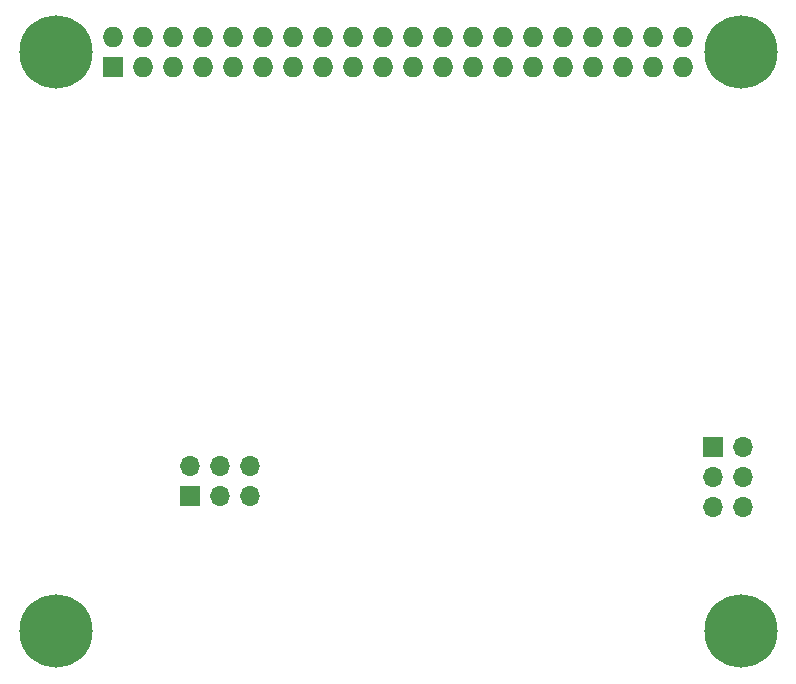
<source format=gbs>
G04 #@! TF.GenerationSoftware,KiCad,Pcbnew,7.0.9-7.0.9~ubuntu23.04.1*
G04 #@! TF.CreationDate,2023-12-27T19:17:46+00:00*
G04 #@! TF.ProjectId,pedalboard-soundcard,70656461-6c62-46f6-9172-642d736f756e,0.0.1*
G04 #@! TF.SameCoordinates,Original*
G04 #@! TF.FileFunction,Soldermask,Bot*
G04 #@! TF.FilePolarity,Negative*
%FSLAX46Y46*%
G04 Gerber Fmt 4.6, Leading zero omitted, Abs format (unit mm)*
G04 Created by KiCad (PCBNEW 7.0.9-7.0.9~ubuntu23.04.1) date 2023-12-27 19:17:46*
%MOMM*%
%LPD*%
G01*
G04 APERTURE LIST*
%ADD10C,6.200000*%
%ADD11R,1.727200X1.727200*%
%ADD12O,1.727200X1.727200*%
%ADD13R,1.700000X1.700000*%
%ADD14O,1.700000X1.700000*%
G04 APERTURE END LIST*
D10*
X110000000Y-56000000D03*
X52000000Y-56000000D03*
X52000000Y-105000000D03*
X110000000Y-105000000D03*
D11*
X56870000Y-57270000D03*
D12*
X56870000Y-54730000D03*
X59410000Y-57270000D03*
X59410000Y-54730000D03*
X61950000Y-57270000D03*
X61950000Y-54730000D03*
X64490000Y-57270000D03*
X64490000Y-54730000D03*
X67030000Y-57270000D03*
X67030000Y-54730000D03*
X69570000Y-57270000D03*
X69570000Y-54730000D03*
X72110000Y-57270000D03*
X72110000Y-54730000D03*
X74650000Y-57270000D03*
X74650000Y-54730000D03*
X77190000Y-57270000D03*
X77190000Y-54730000D03*
X79730000Y-57270000D03*
X79730000Y-54730000D03*
X82270000Y-57270000D03*
X82270000Y-54730000D03*
X84810000Y-57270000D03*
X84810000Y-54730000D03*
X87350000Y-57270000D03*
X87350000Y-54730000D03*
X89890000Y-57270000D03*
X89890000Y-54730000D03*
X92430000Y-57270000D03*
X92430000Y-54730000D03*
X94970000Y-57270000D03*
X94970000Y-54730000D03*
X97510000Y-57270000D03*
X97510000Y-54730000D03*
X100050000Y-57270000D03*
X100050000Y-54730000D03*
X102590000Y-57270000D03*
X102590000Y-54730000D03*
X105130000Y-57270000D03*
X105130000Y-54730000D03*
D13*
X63340000Y-93580000D03*
D14*
X63340000Y-91040000D03*
X65880000Y-93580000D03*
X65880000Y-91040000D03*
X68420000Y-93580000D03*
X68420000Y-91040000D03*
D13*
X107650000Y-89400000D03*
D14*
X110190000Y-89400000D03*
X107650000Y-91940000D03*
X110190000Y-91940000D03*
X107650000Y-94480000D03*
X110190000Y-94480000D03*
M02*

</source>
